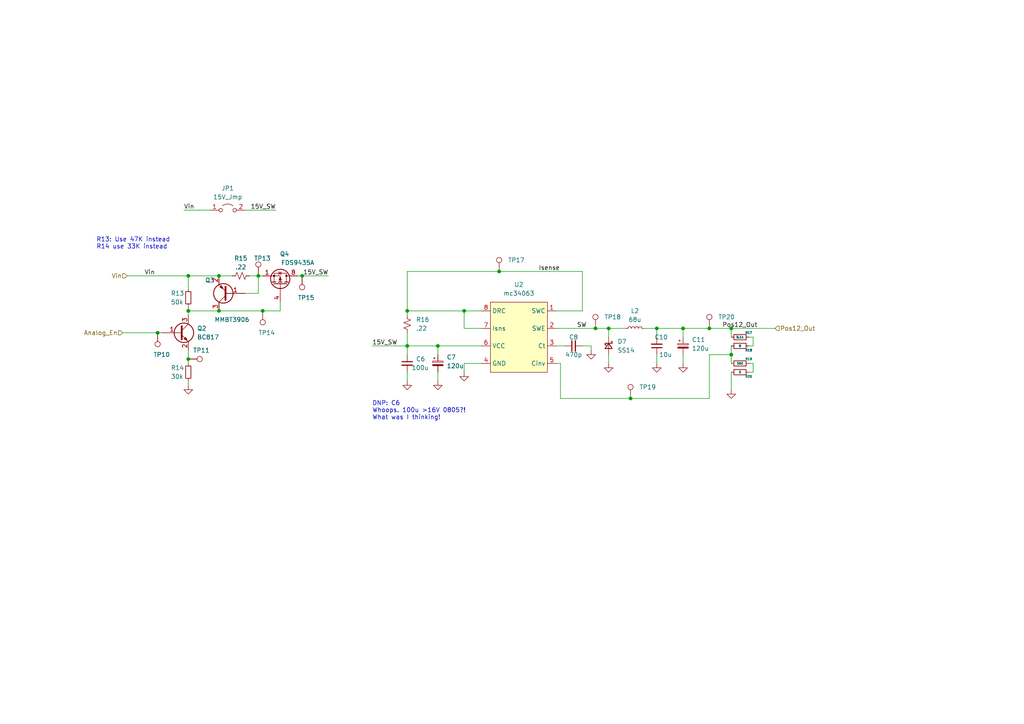
<source format=kicad_sch>
(kicad_sch (version 20230121) (generator eeschema)
  (paper "A4")
  (lib_symbols
    (symbol "Device:C_Polarized_Small" (pin_numbers hide) (pin_names (offset 0.254) hide)
      (property "Reference" "C" (at 0.254 1.778 0))
      (property "Value" "C_Polarized_Small" (at 0.254 -2.032 0))
      (symbol "C_Polarized_Small_0_1"
        (rectangle (start -1.524 -0.3048) (end 1.524 -0.6858) (fill (type outline)))
        (rectangle (start -1.524 0.6858) (end 1.524 0.3048))
        (polyline (pts (xy -1.27 1.524) (xy -0.762 1.524)))
        (polyline (pts (xy -1.016 1.27) (xy -1.016 1.778)))
      )
      (symbol "C_Polarized_Small_1_1"
        (pin passive line (at 0 2.54 270) (length 1.8542) (name "~") (number "1"))
        (pin passive line (at 0 -2.54 90) (length 1.8542) (name "~") (number "2"))
      )
    )
    (symbol "Device:D_Schottky_Small" (pin_numbers hide) (pin_names (offset 0.254) hide)
      (property "Reference" "D" (at -1.27 2.032 0))
      (property "Value" "D_Schottky_Small" (at -7.112 -2.032 0))
      (symbol "D_Schottky_Small_0_1"
        (polyline (pts (xy -0.762 0) (xy 0.762 0)))
        (polyline (pts (xy 0.762 -1.016) (xy -0.762 0) (xy 0.762 1.016) (xy 0.762 -1.016)) (stroke (width 0.254)))
        (polyline (pts (xy -1.27 0.762) (xy -1.27 1.016) (xy -0.762 1.016) (xy -0.762 -1.016) (xy -0.254 -1.016) (xy -0.254 -0.762)) (stroke (width 0.254)))
      )
      (symbol "D_Schottky_Small_1_1"
        (pin passive line (at -2.54 0 0) (length 1.778) (name "K") (number "1"))
        (pin passive line (at 2.54 0 180) (length 1.778) (name "A") (number "2"))
      )
    )
    (symbol "Device:L_Small" (pin_numbers hide) (pin_names (offset 0.254) hide)
      (property "Reference" "L" (at 0.762 1.016 0))
      (property "Value" "L_Small" (at 0.762 -1.016 0))
      (symbol "L_Small_0_1"
        (arc (start 0 -2.032) (mid 0.5058 -1.524) (end 0 -1.016))
        (arc (start 0 -1.016) (mid 0.5058 -0.508) (end 0 0))
        (arc (start 0 0) (mid 0.5058 0.508) (end 0 1.016))
        (arc (start 0 1.016) (mid 0.5058 1.524) (end 0 2.032))
      )
      (symbol "L_Small_1_1"
        (pin passive line (at 0 2.54 270) (length 0.508) (name "~") (number "1"))
        (pin passive line (at 0 -2.54 90) (length 0.508) (name "~") (number "2"))
      )
    )
    (symbol "Device:R_Small" (pin_numbers hide) (pin_names (offset 0.254) hide)
      (property "Reference" "R" (at 0.762 0.508 0))
      (property "Value" "R_Small" (at 0.762 -1.016 0))
      (symbol "R_Small_0_1"
        (rectangle (start -0.762 1.778) (end 0.762 -1.778) (stroke (width 0.2032)))
      )
      (symbol "R_Small_1_1"
        (pin passive line (at 0 2.54 270) (length 0.762) (name "~") (number "1"))
        (pin passive line (at 0 -2.54 90) (length 0.762) (name "~") (number "2"))
      )
    )
    (symbol "Device:R_Small_US" (pin_numbers hide) (pin_names (offset 0.254) hide)
      (property "Reference" "R" (at 0.762 0.508 0))
      (property "Value" "R_Small_US" (at 0.762 -1.016 0))
      (symbol "R_Small_US_1_1"
        (polyline (pts (xy 0 0) (xy 1.016 -0.381) (xy 0 -0.762) (xy -1.016 -1.143) (xy 0 -1.524)))
        (polyline (pts (xy 0 1.524) (xy 1.016 1.143) (xy 0 0.762) (xy -1.016 0.381) (xy 0 0)))
        (pin passive line (at 0 2.54 270) (length 1.016) (name "~") (number "1"))
        (pin passive line (at 0 -2.54 90) (length 1.016) (name "~") (number "2"))
      )
    )
    (symbol "Jumper:Jumper_2_Open" (pin_names (offset 0) hide)
      (property "Reference" "JP" (at 0 2.794 0))
      (property "Value" "Jumper_2_Open" (at 0 -2.286 0))
      (symbol "Jumper_2_Open_0_0"
        (circle (center -2.032 0) (radius 0.508))
        (circle (center 2.032 0) (radius 0.508))
      )
      (symbol "Jumper_2_Open_0_1"
        (arc (start 1.524 1.27) (mid 0 1.778) (end -1.524 1.27))
      )
      (symbol "Jumper_2_Open_1_1"
        (pin passive line (at -5.08 0 0) (length 2.54) (name "A") (number "1"))
        (pin passive line (at 5.08 0 180) (length 2.54) (name "B") (number "2"))
      )
    )
    (symbol "My Library:C_0805" (pin_numbers hide) (pin_names (offset 0.254) hide)
      (property "Reference" "C" (at 0.254 1.778 0))
      (property "Value" "C_0805" (at 0.254 -2.032 0))
      (symbol "C_0805_0_1"
        (polyline (pts (xy -1.524 -0.508) (xy 1.524 -0.508)) (stroke (width 0.3302)))
        (polyline (pts (xy -1.524 0.508) (xy 1.524 0.508)) (stroke (width 0.3048)))
      )
      (symbol "C_0805_1_1"
        (pin passive line (at 0 2.54 270) (length 2.032) (name "~") (number "1"))
        (pin passive line (at 0 -2.54 90) (length 2.032) (name "~") (number "2"))
      )
    )
    (symbol "My Library:R_0805" (pin_numbers hide) (pin_names (offset 0.254) hide)
      (property "Reference" "R" (at 0.762 0.508 0))
      (property "Value" "R_0805" (at 0.762 -1.016 0))
      (symbol "R_0805_0_1"
        (rectangle (start -0.762 1.778) (end 0.762 -1.778) (stroke (width 0.2032)))
      )
      (symbol "R_0805_1_1"
        (pin passive line (at 0 2.54 270) (length 0.762) (name "~") (number "1"))
        (pin passive line (at 0 -2.54 90) (length 0.762) (name "~") (number "2"))
      )
    )
    (symbol "My Library:TestPoint_Harwin" (pin_numbers hide) (pin_names (offset 0.762) hide)
      (property "Reference" "TP" (at 0 6.858 0))
      (symbol "TestPoint_Harwin_0_1"
        (circle (center 0 3.302) (radius 0.762))
      )
      (symbol "TestPoint_Harwin_1_1"
        (pin passive line (at 0 0 90) (length 2.54) (name "1") (number "1"))
      )
    )
    (symbol "My Library:mc34063"
      (property "Reference" "U" (at -7.62 13.97 0))
      (property "Value" "mc34063" (at -3.81 11.43 0))
      (symbol "mc34063_0_1"
        (rectangle (start -8.89 10.16) (end 7.62 -10.16) (fill (type background)))
      )
      (symbol "mc34063_1_1"
        (pin input line (at 10.16 7.62 180) (length 2.54) (name "SWC") (number "1"))
        (pin power_out line (at 10.16 2.54 180) (length 2.54) (name "SWE") (number "2"))
        (pin input line (at 10.16 -2.54 180) (length 2.54) (name "Ct") (number "3"))
        (pin power_in line (at -11.43 -7.62 0) (length 2.54) (name "GND") (number "4"))
        (pin input line (at 10.16 -7.62 180) (length 2.54) (name "Cinv") (number "5"))
        (pin power_in line (at -11.43 -2.54 0) (length 2.54) (name "VCC") (number "6"))
        (pin input line (at -11.43 2.54 0) (length 2.54) (name "Isns") (number "7"))
        (pin input line (at -11.43 7.62 0) (length 2.54) (name "DRC") (number "8"))
      )
    )
    (symbol "Transistor_BJT:BC817" (pin_names (offset 0) hide)
      (property "Reference" "Q" (at 5.08 1.905 0))
      (property "Value" "BC817" (at 5.08 0 0))
      (symbol "BC817_0_1"
        (polyline (pts (xy 0.635 0.635) (xy 2.54 2.54)))
        (polyline (pts (xy 0.635 -0.635) (xy 2.54 -2.54) (xy 2.54 -2.54)))
        (polyline (pts (xy 0.635 1.905) (xy 0.635 -1.905) (xy 0.635 -1.905)) (stroke (width 0.508)))
        (polyline (pts (xy 1.27 -1.778) (xy 1.778 -1.27) (xy 2.286 -2.286) (xy 1.27 -1.778) (xy 1.27 -1.778)) (fill (type outline)))
        (circle (center 1.27 0) (radius 2.8194) (stroke (width 0.254)))
      )
      (symbol "BC817_1_1"
        (pin input line (at -5.08 0 0) (length 5.715) (name "B") (number "1"))
        (pin passive line (at 2.54 -5.08 90) (length 2.54) (name "E") (number "2"))
        (pin passive line (at 2.54 5.08 270) (length 2.54) (name "C") (number "3"))
      )
    )
    (symbol "Transistor_BJT:MMBT3906" (pin_names (offset 0) hide)
      (property "Reference" "Q" (at 5.08 1.905 0))
      (property "Value" "MMBT3906" (at 5.08 0 0))
      (symbol "MMBT3906_0_1"
        (polyline (pts (xy 0.635 0.635) (xy 2.54 2.54)))
        (polyline (pts (xy 0.635 -0.635) (xy 2.54 -2.54) (xy 2.54 -2.54)))
        (polyline (pts (xy 0.635 1.905) (xy 0.635 -1.905) (xy 0.635 -1.905)) (stroke (width 0.508)))
        (polyline (pts (xy 2.286 -1.778) (xy 1.778 -2.286) (xy 1.27 -1.27) (xy 2.286 -1.778) (xy 2.286 -1.778)) (fill (type outline)))
        (circle (center 1.27 0) (radius 2.8194) (stroke (width 0.254)))
      )
      (symbol "MMBT3906_1_1"
        (pin input line (at -5.08 0 0) (length 5.715) (name "B") (number "1"))
        (pin passive line (at 2.54 -5.08 90) (length 2.54) (name "E") (number "2"))
        (pin passive line (at 2.54 5.08 270) (length 2.54) (name "C") (number "3"))
      )
    )
    (symbol "Transistor_FET:FDS9435A" (pin_names hide)
      (property "Reference" "Q" (at 5.08 1.905 0))
      (property "Value" "FDS9435A" (at 5.08 0 0))
      (symbol "FDS9435A_0_1"
        (polyline (pts (xy 0.254 0) (xy -2.54 0)))
        (polyline (pts (xy 0.254 1.905) (xy 0.254 -1.905)) (stroke (width 0.254)))
        (polyline (pts (xy 0.762 -1.27) (xy 0.762 -2.286)) (stroke (width 0.254)))
        (polyline (pts (xy 0.762 0.508) (xy 0.762 -0.508)) (stroke (width 0.254)))
        (polyline (pts (xy 0.762 2.286) (xy 0.762 1.27)) (stroke (width 0.254)))
        (polyline (pts (xy 2.54 2.54) (xy 2.54 1.778)))
        (polyline (pts (xy 2.54 -2.54) (xy 2.54 0) (xy 0.762 0)))
        (polyline (pts (xy 0.762 1.778) (xy 3.302 1.778) (xy 3.302 -1.778) (xy 0.762 -1.778)))
        (polyline (pts (xy 2.286 0) (xy 1.27 0.381) (xy 1.27 -0.381) (xy 2.286 0)) (fill (type outline)))
        (polyline (pts (xy 2.794 -0.508) (xy 2.921 -0.381) (xy 3.683 -0.381) (xy 3.81 -0.254)))
        (polyline (pts (xy 3.302 -0.381) (xy 2.921 0.254) (xy 3.683 0.254) (xy 3.302 -0.381)))
        (circle (center 1.651 0) (radius 2.794) (stroke (width 0.254)))
        (circle (center 2.54 -1.778) (radius 0.254) (fill (type outline)))
        (circle (center 2.54 1.778) (radius 0.254) (fill (type outline)))
      )
      (symbol "FDS9435A_1_1"
        (pin passive line (at 2.54 -5.08 90) (length 2.54) (name "S") (number "1"))
        (pin passive line (at 2.54 -5.08 90) (length 2.54) hide (name "S") (number "2"))
        (pin passive line (at 2.54 -5.08 90) (length 2.54) hide (name "S") (number "3"))
        (pin passive line (at -5.08 0 0) (length 2.54) (name "G") (number "4"))
        (pin passive line (at 2.54 5.08 270) (length 2.54) hide (name "D") (number "5"))
        (pin passive line (at 2.54 5.08 270) (length 2.54) hide (name "D") (number "6"))
        (pin passive line (at 2.54 5.08 270) (length 2.54) hide (name "D") (number "7"))
        (pin passive line (at 2.54 5.08 270) (length 2.54) (name "D") (number "8"))
      )
    )
    (symbol "power:GND" (power) (pin_names (offset 0))
      (property "Value" "GND" (at 0 -3.81 0))
      (symbol "GND_0_1"
        (polyline (pts (xy 0 0) (xy 0 -1.27) (xy 1.27 -1.27) (xy 0 -2.54) (xy -1.27 -1.27) (xy 0 -1.27)))
      )
      (symbol "GND_1_1"
        (pin power_in line (at 0 0 270) (length 0) hide (name "GND") (number "1"))
      )
    )
  )
  (junction (at 54.61 104.14))
  (junction (at 118.11 100.33))
  (junction (at 118.11 90.17))
  (junction (at 45.72 96.52))
  (junction (at 212.09 95.25))
  (junction (at 212.09 102.87))
  (junction (at 54.61 90.17))
  (junction (at 76.2 90.17))
  (junction (at 63.5 80.01))
  (junction (at 190.5 95.25))
  (junction (at 182.88 115.57))
  (junction (at 144.78 78.74))
  (junction (at 134.62 90.17))
  (junction (at 176.53 95.25))
  (junction (at 74.93 80.01))
  (junction (at 54.61 80.01))
  (junction (at 205.74 95.25))
  (junction (at 127 100.33))
  (junction (at 63.5 90.17))
  (junction (at 198.12 95.25))
  (junction (at 87.63 80.01))
  (junction (at 172.72 95.25))
  (wire (pts (xy 190.5 95.25) (xy 190.5 97.79)))
  (wire (pts (xy 176.53 97.79) (xy 176.53 95.25)))
  (wire (pts (xy 118.11 107.95) (xy 118.11 110.49)))
  (wire (pts (xy 172.72 95.25) (xy 176.53 95.25)))
  (wire (pts (xy 218.44 100.33) (xy 217.17 100.33)))
  (wire (pts (xy 118.11 96.52) (xy 118.11 100.33)))
  (wire (pts (xy 139.7 95.25) (xy 134.62 95.25)))
  (wire (pts (xy 54.61 90.17) (xy 54.61 91.44)))
  (wire (pts (xy 118.11 90.17) (xy 118.11 78.74)))
  (wire (pts (xy 107.95 100.33) (xy 118.11 100.33)))
  (wire (pts (xy 205.74 102.87) (xy 205.74 115.57)))
  (wire (pts (xy 45.72 96.52) (xy 46.99 96.52)))
  (wire (pts (xy 87.63 80.01) (xy 86.36 80.01)))
  (wire (pts (xy 127 100.33) (xy 139.7 100.33)))
  (wire (pts (xy 218.44 97.79) (xy 218.44 100.33)))
  (wire (pts (xy 161.29 105.41) (xy 162.56 105.41)))
  (wire (pts (xy 74.93 80.01) (xy 76.2 80.01)))
  (wire (pts (xy 54.61 80.01) (xy 54.61 83.82)))
  (wire (pts (xy 53.34 60.96) (xy 60.96 60.96)))
  (wire (pts (xy 95.25 80.01) (xy 87.63 80.01)))
  (wire (pts (xy 218.44 105.41) (xy 218.44 107.95)))
  (wire (pts (xy 212.09 95.25) (xy 224.79 95.25)))
  (wire (pts (xy 212.09 102.87) (xy 212.09 105.41)))
  (wire (pts (xy 190.5 95.25) (xy 198.12 95.25)))
  (wire (pts (xy 118.11 100.33) (xy 118.11 102.87)))
  (wire (pts (xy 212.09 102.87) (xy 205.74 102.87)))
  (wire (pts (xy 63.5 80.01) (xy 67.31 80.01)))
  (wire (pts (xy 54.61 90.17) (xy 63.5 90.17)))
  (wire (pts (xy 186.69 95.25) (xy 190.5 95.25)))
  (wire (pts (xy 139.7 105.41) (xy 134.62 105.41)))
  (wire (pts (xy 171.45 100.33) (xy 171.45 101.6)))
  (wire (pts (xy 127 107.95) (xy 127 110.49)))
  (wire (pts (xy 162.56 105.41) (xy 162.56 115.57)))
  (wire (pts (xy 118.11 78.74) (xy 144.78 78.74)))
  (wire (pts (xy 162.56 115.57) (xy 182.88 115.57)))
  (wire (pts (xy 134.62 90.17) (xy 118.11 90.17)))
  (wire (pts (xy 144.78 78.74) (xy 168.91 78.74)))
  (wire (pts (xy 217.17 105.41) (xy 218.44 105.41)))
  (wire (pts (xy 76.2 90.17) (xy 63.5 90.17)))
  (wire (pts (xy 176.53 102.87) (xy 176.53 105.41)))
  (wire (pts (xy 134.62 95.25) (xy 134.62 90.17)))
  (wire (pts (xy 212.09 100.33) (xy 212.09 102.87)))
  (wire (pts (xy 54.61 104.14) (xy 54.61 105.41)))
  (wire (pts (xy 182.88 115.57) (xy 205.74 115.57)))
  (wire (pts (xy 127 100.33) (xy 127 102.87)))
  (wire (pts (xy 63.5 80.01) (xy 54.61 80.01)))
  (wire (pts (xy 118.11 100.33) (xy 127 100.33)))
  (wire (pts (xy 54.61 88.9) (xy 54.61 90.17)))
  (wire (pts (xy 161.29 90.17) (xy 168.91 90.17)))
  (wire (pts (xy 190.5 102.87) (xy 190.5 105.41)))
  (wire (pts (xy 134.62 105.41) (xy 134.62 107.95)))
  (wire (pts (xy 72.39 80.01) (xy 74.93 80.01)))
  (wire (pts (xy 176.53 95.25) (xy 181.61 95.25)))
  (wire (pts (xy 205.74 95.25) (xy 212.09 95.25)))
  (wire (pts (xy 217.17 107.95) (xy 218.44 107.95)))
  (wire (pts (xy 71.12 85.09) (xy 74.93 85.09)))
  (wire (pts (xy 54.61 101.6) (xy 54.61 104.14)))
  (wire (pts (xy 54.61 110.49) (xy 54.61 111.76)))
  (wire (pts (xy 212.09 107.95) (xy 212.09 113.03)))
  (wire (pts (xy 198.12 95.25) (xy 198.12 97.79)))
  (wire (pts (xy 161.29 100.33) (xy 163.83 100.33)))
  (wire (pts (xy 161.29 95.25) (xy 172.72 95.25)))
  (wire (pts (xy 212.09 95.25) (xy 212.09 97.79)))
  (wire (pts (xy 217.17 97.79) (xy 218.44 97.79)))
  (wire (pts (xy 118.11 90.17) (xy 118.11 91.44)))
  (wire (pts (xy 81.28 90.17) (xy 76.2 90.17)))
  (wire (pts (xy 35.56 96.52) (xy 45.72 96.52)))
  (wire (pts (xy 168.91 100.33) (xy 171.45 100.33)))
  (wire (pts (xy 36.83 80.01) (xy 54.61 80.01)))
  (wire (pts (xy 198.12 102.87) (xy 198.12 105.41)))
  (wire (pts (xy 139.7 90.17) (xy 134.62 90.17)))
  (wire (pts (xy 198.12 95.25) (xy 205.74 95.25)))
  (wire (pts (xy 81.28 87.63) (xy 81.28 90.17)))
  (wire (pts (xy 80.01 60.96) (xy 71.12 60.96)))
  (wire (pts (xy 168.91 78.74) (xy 168.91 90.17)))
  (wire (pts (xy 74.93 85.09) (xy 74.93 80.01)))
  (text "DNP: C6\nWhoops. 100u >16V 0805?!\nWhat was I thinking!" (at 107.95 121.92 0) (effects (font (size 1.27 1.27)) (justify left bottom)))
  (text "R13: Use 47K instead\nR14 use 33K instead" (at 27.94 72.39 0) (effects (font (size 1.27 1.27)) (justify left bottom)))
  (label "Isense" (at 156.21 78.74 0))
  (label "Vin" (at 41.91 80.01 0))
  (label "15V_SW" (at 107.95 100.33 0))
  (label "Vin" (at 53.34 60.96 0))
  (label "Pos12_Out" (at 219.71 95.25 180))
  (label "15V_SW" (at 80.01 60.96 180))
  (label "15V_SW" (at 95.25 80.01 180))
  (label "SW" (at 170.18 95.25 180))
  (hierarchical_label "Analog_En" (shape input) (at 35.56 96.52 180))
  (hierarchical_label "Pos12_Out" (shape input) (at 224.79 95.25 0))
  (hierarchical_label "Vin" (shape input) (at 36.83 80.01 180))
  (symbol (lib_id "My Library:TestPoint_Harwin") (at 54.61 104.14 270) (unit 1)
    (property "Reference" "TP11" (at 58.42 101.6 90))
    (property "Value" "TestPoint_Harwin" (effects hide))
    (property "Footprint" "My Libraries:Harwin-S1751-46-Test-Point" (effects hide))
  )
  (symbol (lib_id "Device:R_Small_US") (at 69.85 80.01 90) (unit 1)
    (property "Reference" "R15" (at 69.85 74.93 90))
    (property "Value" ".22" (at 69.85 77.47 90))
    (property "Footprint" "Resistor_SMD:R_0805_2012Metric" (effects hide))
  )
  (symbol (lib_id "My Library:TestPoint_Harwin") (at 45.72 96.52 180) (unit 1)
    (property "Reference" "TP10" (at 44.45 102.87 0) (effects (justify right)))
    (property "Value" "TestPoint_Harwin" (effects hide))
    (property "Footprint" "My Libraries:Harwin-S1751-46-Test-Point" (effects hide))
  )
  (symbol (lib_id "Device:C_Polarized_Small") (at 198.12 100.33 0) (unit 1)
    (property "Reference" "C11" (at 200.66 98.5138 0) (effects (justify left)))
    (property "Value" "120u" (at 200.66 101.0538 0) (effects (justify left)))
    (property "Footprint" "Capacitor_THT:CP_Radial_D8.0mm_P3.80mm" (effects hide))
  )
  (symbol (lib_id "power:GND") (at 171.45 101.6 0) (unit 1)
    (property "Reference" "#PWR0115" (effects hide))
    (property "Value" "GND" (effects hide))
  )
  (symbol (lib_id "My Library:R_0805") (at 214.63 105.41 90) (unit 1)
    (property "Reference" "R19" (at 217.17 104.14 90) (effects (font (size 0.635 0.635))))
    (property "Value" "560" (at 214.63 105.41 90) (effects (font (size 0.635 0.635))))
    (property "Footprint" "Resistor_SMD:R_0805_2012Metric" (effects hide))
  )
  (symbol (lib_id "My Library:TestPoint_Harwin") (at 74.93 80.01 0) (unit 1)
    (property "Reference" "TP13" (at 73.66 74.93 0) (effects (justify left)))
    (property "Value" "TestPoint_Harwin" (effects hide))
    (property "Footprint" "My Libraries:Harwin-S1751-46-Test-Point" (effects hide))
  )
  (symbol (lib_id "My Library:R_0805") (at 214.63 97.79 90) (unit 1)
    (property "Reference" "R17" (at 217.17 96.52 90) (effects (font (size 0.635 0.635))))
    (property "Value" "0" (at 214.63 100.33 90) (effects (font (size 0.635 0.635))))
    (property "Footprint" "Resistor_SMD:R_0805_2012Metric" (effects hide))
  )
  (symbol (lib_id "Device:R_Small") (at 54.61 86.36 0) (unit 1)
    (property "Reference" "R13" (at 49.53 85.09 0) (effects (justify left)))
    (property "Value" "50k" (at 49.53 87.63 0) (effects (justify left)))
    (property "Footprint" "Resistor_SMD:R_0805_2012Metric" (effects hide))
  )
  (symbol (lib_id "power:GND") (at 134.62 107.95 0) (unit 1)
    (property "Reference" "#PWR0116" (effects hide))
    (property "Value" "GND" (effects hide))
  )
  (symbol (lib_id "My Library:TestPoint_Harwin") (at 87.63 80.01 180) (unit 1)
    (property "Reference" "TP15" (at 86.36 86.36 0) (effects (justify right)))
    (property "Value" "TestPoint_Harwin" (effects hide))
    (property "Footprint" "My Libraries:Harwin-S1751-46-Test-Point" (effects hide))
  )
  (symbol (lib_id "My Library:C_0805") (at 118.11 105.41 0) (unit 1)
    (property "Reference" "C6" (at 120.65 104.14 0) (effects (justify left)))
    (property "Value" "100u" (at 119.38 106.68 0) (effects (justify left)))
    (property "Footprint" "Capacitor_SMD:C_0805_2012Metric" (effects hide))
  )
  (symbol (lib_id "My Library:R_0805") (at 214.63 107.95 90) (unit 1)
    (property "Reference" "R20" (at 217.17 109.22 90) (effects (font (size 0.635 0.635))))
    (property "Value" "0" (at 214.63 107.95 90) (effects (font (size 0.635 0.635))))
    (property "Footprint" "Resistor_SMD:R_0805_2012Metric" (effects hide))
  )
  (symbol (lib_id "power:GND") (at 127 110.49 0) (unit 1)
    (property "Reference" "#PWR0121" (effects hide))
    (property "Value" "GND" (effects hide))
  )
  (symbol (lib_id "power:GND") (at 212.09 113.03 0) (unit 1)
    (property "Reference" "#PWR0122" (effects hide))
    (property "Value" "GND" (effects hide))
  )
  (symbol (lib_id "My Library:TestPoint_Harwin") (at 205.74 95.25 0) (unit 1)
    (property "Reference" "TP20" (at 208.28 91.9479 0) (effects (justify left)))
    (property "Value" "TestPoint_Harwin" (effects hide))
    (property "Footprint" "My Libraries:Harwin-S1751-46-Test-Point" (effects hide))
  )
  (symbol (lib_id "power:GND") (at 198.12 105.41 0) (unit 1)
    (property "Reference" "#PWR0118" (effects hide))
    (property "Value" "GND" (effects hide))
  )
  (symbol (lib_id "Transistor_BJT:BC817") (at 52.07 96.52 0) (unit 1)
    (property "Reference" "Q2" (at 57.15 95.2499 0) (effects (justify left)))
    (property "Value" "BC817" (at 57.15 97.7899 0) (effects (justify left)))
    (property "Footprint" "Package_TO_SOT_SMD:SOT-23" (effects hide))
    (property "Datasheet" "https://www.onsemi.com/pub/Collateral/BC818-D.pdf" (effects hide))
  )
  (symbol (lib_id "Device:R_Small_US") (at 118.11 93.98 0) (unit 1)
    (property "Reference" "R16" (at 120.65 92.7099 0) (effects (justify left)))
    (property "Value" ".22" (at 120.65 95.2499 0) (effects (justify left)))
    (property "Footprint" "Resistor_SMD:R_0805_2012Metric" (effects hide))
  )
  (symbol (lib_id "power:GND") (at 190.5 105.41 0) (unit 1)
    (property "Reference" "#PWR0117" (effects hide))
    (property "Value" "GND" (effects hide))
  )
  (symbol (lib_id "power:GND") (at 176.53 105.41 0) (unit 1)
    (property "Reference" "#PWR0114" (effects hide))
    (property "Value" "GND" (effects hide))
  )
  (symbol (lib_id "Transistor_BJT:MMBT3906") (at 66.04 85.09 180) (unit 1)
    (property "Reference" "Q3" (at 62.23 81.28 0) (effects (justify left)))
    (property "Value" "MMBT3906" (at 72.39 92.71 0) (effects (justify left)))
    (property "Footprint" "Package_TO_SOT_SMD:SOT-23" (effects hide))
    (property "Datasheet" "https://www.onsemi.com/pub/Collateral/2N3906-D.PDF" (effects hide))
  )
  (symbol (lib_id "My Library:C_0805") (at 166.37 100.33 90) (unit 1)
    (property "Reference" "C8" (at 166.37 97.79 90))
    (property "Value" "470p" (at 166.37 102.87 90))
    (property "Footprint" "Capacitor_SMD:C_0603_1608Metric" (effects hide))
  )
  (symbol (lib_id "My Library:mc34063") (at 151.13 97.79 0) (unit 1)
    (property "Reference" "U2" (at 150.495 82.55 0))
    (property "Value" "mc34063" (at 150.495 85.09 0))
    (property "Footprint" "Package_SO:SOIC-8_3.9x4.9mm_P1.27mm" (effects hide))
  )
  (symbol (lib_id "Transistor_FET:FDS9435A") (at 81.28 82.55 270) (mirror x) (unit 1)
    (property "Reference" "Q4" (at 82.55 73.66 90))
    (property "Value" "FDS9435A" (at 86.36 76.2 90))
    (property "Footprint" "Package_SO:SOIC-8_3.9x4.9mm_P1.27mm" (effects hide))
    (property "Datasheet" "https://www.onsemi.com/pub/Collateral/FDS9435A-D.PDF" (effects hide))
  )
  (symbol (lib_id "Device:L_Small") (at 184.15 95.25 90) (unit 1)
    (property "Reference" "L2" (at 184.15 90.17 90))
    (property "Value" "68u" (at 184.15 92.71 90))
    (property "Footprint" "Inductor_SMD:L_Taiyo-Yuden_NR-80xx" (effects hide))
  )
  (symbol (lib_id "My Library:TestPoint_Harwin") (at 182.88 115.57 0) (unit 1)
    (property "Reference" "TP19" (at 185.42 112.2679 0) (effects (justify left)))
    (property "Value" "TestPoint_Harwin" (effects hide))
    (property "Footprint" "My Libraries:Harwin-S1751-46-Test-Point" (effects hide))
  )
  (symbol (lib_id "Jumper:Jumper_2_Open") (at 66.04 60.96 0) (unit 1)
    (property "Reference" "JP1" (at 66.04 54.61 0))
    (property "Value" "15V_Jmp" (at 66.04 57.15 0))
    (property "Footprint" "Jumper:SolderJumper-2_P1.3mm_Open_TrianglePad1.0x1.5mm" (effects hide))
  )
  (symbol (lib_id "My Library:R_0805") (at 214.63 100.33 90) (unit 1)
    (property "Reference" "R18" (at 217.17 101.6 90) (effects (font (size 0.635 0.635))))
    (property "Value" "5.1k" (at 214.63 97.79 90) (effects (font (size 0.635 0.635))))
    (property "Footprint" "Resistor_SMD:R_0805_2012Metric" (effects hide))
  )
  (symbol (lib_id "power:GND") (at 118.11 110.49 0) (unit 1)
    (property "Reference" "#PWR0120" (effects hide))
    (property "Value" "GND" (effects hide))
  )
  (symbol (lib_id "My Library:C_0805") (at 190.5 100.33 180) (unit 1)
    (property "Reference" "C10" (at 191.77 97.79 0))
    (property "Value" "10u" (at 193.04 102.87 0))
    (property "Footprint" "Capacitor_SMD:C_0805_2012Metric" (effects hide))
  )
  (symbol (lib_id "Device:D_Schottky_Small") (at 176.53 100.33 270) (unit 1)
    (property "Reference" "D7" (at 179.07 99.06 90) (effects (justify left)))
    (property "Value" "SS14" (at 179.07 101.6 90) (effects (justify left)))
    (property "Footprint" "Diode_SMD:D_SMA" (effects hide))
    (property "Datasheet" "https://www.farnell.com/datasheets/2861407.pdf" (effects hide))
  )
  (symbol (lib_id "My Library:TestPoint_Harwin") (at 172.72 95.25 0) (unit 1)
    (property "Reference" "TP18" (at 175.26 91.9479 0) (effects (justify left)))
    (property "Value" "TestPoint_Harwin" (effects hide))
    (property "Footprint" "My Libraries:Harwin-S1751-46-Test-Point" (effects hide))
  )
  (symbol (lib_id "power:GND") (at 54.61 111.76 0) (unit 1)
    (property "Reference" "#PWR0113" (effects hide))
    (property "Value" "GND" (effects hide))
  )
  (symbol (lib_id "My Library:TestPoint_Harwin") (at 76.2 90.17 180) (unit 1)
    (property "Reference" "TP14" (at 74.93 96.52 0) (effects (justify right)))
    (property "Value" "TestPoint_Harwin" (effects hide))
    (property "Footprint" "My Libraries:Harwin-S1751-46-Test-Point" (effects hide))
  )
  (symbol (lib_id "Device:R_Small") (at 54.61 107.95 0) (unit 1)
    (property "Reference" "R14" (at 49.53 106.68 0) (effects (justify left)))
    (property "Value" "30k" (at 49.53 109.22 0) (effects (justify left)))
    (property "Footprint" "Resistor_SMD:R_0805_2012Metric" (effects hide))
  )
  (symbol (lib_id "Device:C_Polarized_Small") (at 127 105.41 0) (unit 1)
    (property "Reference" "C7" (at 129.54 103.5938 0) (effects (justify left)))
    (property "Value" "120u" (at 129.54 106.1338 0) (effects (justify left)))
    (property "Footprint" "Capacitor_THT:CP_Radial_D8.0mm_P3.80mm" (effects hide))
  )
  (symbol (lib_id "My Library:TestPoint_Harwin") (at 144.78 78.74 0) (unit 1)
    (property "Reference" "TP17" (at 147.32 75.4379 0) (effects (justify left)))
    (property "Value" "TestPoint_Harwin" (effects hide))
    (property "Footprint" "My Libraries:Harwin-S1751-46-Test-Point" (effects hide))
  )
)
</source>
